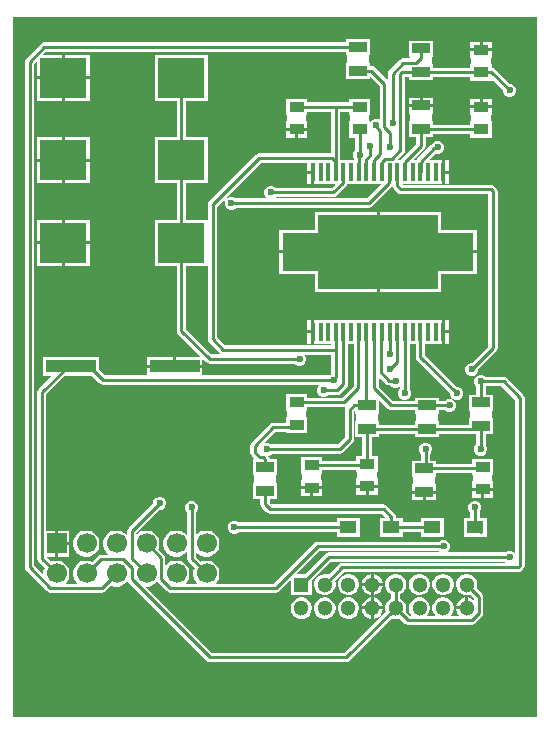
<source format=gbr>
%FSTAX23Y23*%
%MOIN*%
%SFA1B1*%

%IPPOS*%
%ADD17C,0.010000*%
%ADD19R,0.051181X0.035433*%
%ADD20R,0.059055X0.033465*%
%ADD21R,0.165354X0.043307*%
%ADD22R,0.637794X0.125984*%
%ADD23R,0.401574X0.248031*%
%ADD24R,0.018110X0.059055*%
%ADD25R,0.157480X0.133858*%
%ADD26R,0.055118X0.043307*%
%ADD41R,0.066929X0.066929*%
%ADD42C,0.066929*%
%ADD43C,0.051181*%
%ADD44R,0.051181X0.051181*%
%ADD45C,0.023622*%
%LNpcb1_copper_signal_top-1*%
%LPD*%
G36*
X02045Y00225D02*
X003D01*
Y0256*
X02045*
Y00225*
G37*
%LNpcb1_copper_signal_top-2*%
%LPC*%
G36*
X01895Y02477D02*
X01865D01*
Y02455*
X01895*
Y02477*
G37*
G36*
X01855D02*
X01824D01*
Y02455*
X01855*
Y02477*
G37*
G36*
X01489Y02486D02*
X0141D01*
Y02475*
X00403*
X00398Y02474*
X00393Y0247*
X00344Y02421*
X0034Y02416*
X00339Y02411*
Y00726*
X0034Y0072*
X00344Y00715*
X00414Y00645*
X00419Y00642*
X00424Y00641*
X00596*
X00602Y00642*
X00607Y00645*
X00626Y00665*
X00628Y00664*
X00639Y00661*
X0065*
X00661Y00664*
X00671Y0067*
X00679Y00678*
X0068Y00678*
X00682Y00678*
X00684Y00675*
X00945Y00414*
X0095Y0041*
X00956Y00409*
X01411*
X01417Y0041*
X01422Y00414*
X01564Y00556*
X01571Y00554*
X0158*
X01588Y00556*
X01606Y00538*
X0161Y00535*
X01616Y00534*
X01829*
X01835Y00535*
X0184Y00538*
X01863Y00562*
X01867Y00567*
X01868Y00573*
Y00628*
X01867Y00634*
X01863Y00638*
X01846Y00656*
X01848Y00664*
Y00673*
X01845Y00682*
X0184Y0069*
X01834Y00697*
X01826Y00701*
X01817Y00704*
X01807*
X01798Y00701*
X0179Y00697*
X01784Y0069*
X01779Y00682*
X01776Y00673*
Y00664*
X01779Y00655*
X01784Y00646*
X0179Y0064*
X01798Y00635*
X01807Y00633*
X01817*
X01824Y00635*
X01837Y00621*
Y00617*
X01835Y00616*
X01834Y00618*
X01826Y00623*
X01817Y00625*
Y0059*
X01812*
Y00585*
X01776*
X01779Y00576*
X01784Y00568*
X01785Y00566*
X01784Y00564*
X01761*
X0176Y00566*
X01762Y00568*
X01766Y00576*
X01769Y00585*
Y00594*
X01766Y00603*
X01762Y00611*
X01755Y00618*
X01747Y00623*
X01738Y00625*
X01729*
X0172Y00623*
X01711Y00618*
X01705Y00611*
X017Y00603*
X01698Y00594*
Y00585*
X017Y00576*
X01705Y00568*
X01706Y00566*
X01706Y00564*
X01682*
X01681Y00566*
X01683Y00568*
X01688Y00576*
X0169Y00585*
Y00594*
X01688Y00603*
X01683Y00611*
X01676Y00618*
X01668Y00623*
X01659Y00625*
X0165*
X01641Y00623*
X01633Y00618*
X01626Y00611*
X01621Y00603*
X01619Y00594*
Y00585*
X01621Y00576*
X01626Y00568*
X01628Y00566*
X01627Y00564*
X01623*
X01609Y00578*
X01611Y00585*
Y00594*
X01609Y00603*
X01604Y00611*
X01598Y00618*
X01591Y00622*
Y00636*
X01598Y0064*
X01604Y00646*
X01609Y00655*
X01611Y00664*
Y00673*
X01609Y00682*
X01604Y0069*
X01598Y00697*
X01589Y00701*
X0158Y00704*
X01571*
X01562Y00701*
X01554Y00697*
X01547Y0069*
X01543Y00682*
X0154Y00673*
Y00664*
X01543Y00655*
X01547Y00646*
X01554Y0064*
X0156Y00636*
Y00622*
X01554Y00618*
X01547Y00611*
X01543Y00603*
X0154Y00594*
Y00585*
X01542Y00578*
X01404Y0044*
X00962*
X00743Y00659*
X00744Y00661*
X0075*
X00761Y00664*
X00771Y0067*
X00779Y00678*
X0078Y00678*
X00781Y00678*
X00782Y00677*
X00814Y00645*
X00819Y00642*
X00824Y00641*
X01176*
X01182Y00642*
X01187Y00645*
X01223Y00682*
X01225Y00681*
Y00633*
X01296*
Y00682*
X01358Y00744*
X01939*
X01941Y00742*
X01941Y0074*
X01396*
X0139Y00739*
X01385Y00735*
X01352Y00702*
X01344Y00704*
X01335*
X01326Y00701*
X01318Y00697*
X01311Y0069*
X01306Y00682*
X01304Y00673*
Y00664*
X01306Y00655*
X01311Y00646*
X01318Y0064*
X01326Y00635*
X01335Y00633*
X01344*
X01353Y00635*
X01361Y0064*
X01368Y00646*
X01373Y00655*
X01375Y00664*
Y00673*
X01373Y0068*
X01402Y00709*
X01984*
X01989Y0071*
X01994Y00714*
X02Y0072*
X02004Y00725*
X02005Y0073*
Y0129*
X02004Y01295*
X02Y013*
X01945Y01355*
X0194Y01359*
X01935Y0136*
X01875*
X01872Y01363*
X01864Y01366*
X01855*
X01847Y01363*
X01841Y01357*
X01838Y01349*
Y0134*
X01841Y01332*
X01844Y01329*
Y01301*
X0182*
Y01248*
X01823*
Y01222*
X0182*
Y01201*
X01719*
Y01212*
X01716*
Y01238*
X01719*
Y01249*
X01739*
X01742Y01246*
X0175Y01243*
X01759*
X01767Y01246*
X01773Y01252*
X01776Y0126*
Y01269*
X01773Y01277*
X01767Y01283*
X01759Y01286*
X0175*
X01742Y01283*
X01739Y0128*
X01719*
Y01291*
X0164*
Y0128*
X01567*
X01519Y01328*
Y01358*
X01521Y01359*
X01543Y01336*
X01548Y01333*
X01554Y01332*
X01556*
X01562Y01326*
X0157Y01323*
X01579*
X01587Y01326*
X01589Y01328*
X01591Y01328*
Y01322*
X01586Y01317*
X01583Y01309*
Y013*
X01586Y01292*
X01592Y01286*
X016Y01283*
X01609*
X01617Y01286*
X01623Y01292*
X01626Y013*
Y01309*
X01623Y01317*
X01622Y01318*
Y01471*
X01642*
Y01427*
X01643Y01421*
X01647Y01416*
X01758Y01305*
Y013*
X01761Y01292*
X01767Y01286*
X01775Y01283*
X01784*
X01792Y01286*
X01798Y01292*
X01801Y013*
Y01309*
X01798Y01317*
X01792Y01323*
X01784Y01326*
X01779*
X01673Y01433*
Y01471*
X01729*
Y01511*
Y0155*
X01304*
Y01511*
Y01471*
X0136*
Y01465*
X01006*
X0098Y01491*
Y01928*
X01126Y02074*
X0128*
Y02047*
X01299*
Y02042*
X01304*
Y02003*
X01372*
X01373Y02001*
X01362Y0199*
X01175*
X01172Y01993*
X01164Y01996*
X01155*
X01147Y01993*
X01141Y01987*
X01138Y01979*
Y0197*
X01141Y01962*
X01146Y01957*
X01146Y01955*
X01043*
X0104Y01958*
X01032Y01961*
X01023*
X01015Y01958*
X01009Y01952*
X01006Y01944*
Y01935*
X01009Y01927*
X01015Y01921*
X01023Y01918*
X01032*
X0104Y01921*
X01043Y01924*
X01486*
X01492Y01925*
X01497Y01929*
X01564Y01995*
X01566Y01995*
X01566Y01992*
X0157Y01987*
X01583Y01974*
X01588Y0197*
X01594Y01969*
X01884*
Y01461*
X0183Y01406*
X01825*
X01817Y01403*
X01811Y01397*
X01808Y01389*
Y0138*
X01811Y01372*
X01817Y01366*
X01825Y01363*
X01834*
X01842Y01366*
X01848Y01372*
X01851Y0138*
Y01385*
X0191Y01444*
X01914Y01449*
X01915Y01455*
Y01979*
X01914Y01984*
X0191Y01989*
X01904Y01995*
X01899Y01999*
X01894Y02*
X016*
X016Y02001*
X016Y02003*
X01729*
Y02042*
Y02082*
X01687*
X01686Y02084*
X01707Y02104*
X0171Y02103*
X01719*
X01727Y02106*
X01733Y02112*
X01736Y0212*
Y02129*
X01733Y02137*
X01727Y02143*
X01719Y02146*
X0171*
X01702Y02143*
X01696Y02137*
X01695Y02135*
X01692Y02133*
X01648Y02089*
X01645Y02084*
X01644Y02082*
X01636*
X01635Y02084*
X0167Y02119*
X01674Y02124*
X01675Y0213*
Y02159*
X01699*
Y0217*
X01824*
Y02157*
X01895*
Y02212*
X01892*
Y02232*
X01895*
Y02255*
X0186*
X01824*
Y02232*
X01827*
Y02212*
X01824*
Y02201*
X01699*
Y02212*
X01696*
Y02238*
X01699*
Y0226*
X0166*
X0162*
Y02238*
X01623*
Y02212*
X0162*
Y02159*
X01644*
Y02136*
X01597Y02089*
X01594Y02084*
X01593Y02082*
X01581*
X0158Y02084*
X01602Y02105*
X01605Y0211*
X01607Y02116*
Y0236*
X0162*
Y02349*
X01699*
Y0236*
X01824*
Y02347*
X01895*
Y0235*
X01897Y0235*
X01933Y02315*
Y0231*
X01936Y02302*
X01942Y02296*
X0195Y02293*
X01959*
X01967Y02296*
X01973Y02302*
X01976Y0231*
Y02319*
X01973Y02327*
X01967Y02333*
X01959Y02336*
X01954*
X01905Y02386*
X019Y02389*
X01895Y0239*
Y02402*
X01892*
Y02422*
X01895*
Y02445*
X0186*
X01824*
Y02422*
X01827*
Y02402*
X01824*
Y02391*
X01699*
Y02402*
X01696*
Y02428*
X01699*
Y02481*
X0162*
Y02428*
X01623*
Y02423*
X01601*
X01595Y02422*
X0159Y02418*
X01554Y02382*
X0155Y02377*
X01549Y02371*
Y0235*
X01547Y02349*
X01505Y02392*
X015Y02395*
X01494Y02396*
X01489*
Y02407*
X01486*
Y02433*
X01489*
Y02486*
G37*
G36*
X01699Y02291D02*
X01665D01*
Y0227*
X01699*
Y02291*
G37*
G36*
X01655D02*
X0162D01*
Y0227*
X01655*
Y02291*
G37*
G36*
X01895Y02287D02*
X01865D01*
Y02265*
X01895*
Y02287*
G37*
G36*
X01855D02*
X01824D01*
Y02265*
X01855*
Y02287*
G37*
G36*
X01753Y02082D02*
X01739D01*
Y02047*
X01753*
Y02082*
G37*
G36*
Y02037D02*
X01739D01*
Y02003*
X01753*
Y02037*
G37*
G36*
X01294D02*
X0128D01*
Y02003*
X01294*
Y02037*
G37*
G36*
X01727Y01911D02*
X01522D01*
Y01782*
X01846*
Y0185*
X01727*
Y01911*
G37*
G36*
X01512D02*
X01306D01*
Y0185*
X01188*
Y01782*
X01512*
Y01911*
G37*
G36*
X01846Y01772D02*
X01522D01*
Y01643*
X01727*
Y01704*
X01846*
Y01772*
G37*
G36*
X01512D02*
X01188D01*
Y01704*
X01306*
Y01643*
X01512*
Y01772*
G37*
G36*
X01753Y0155D02*
X01739D01*
Y01516*
X01753*
Y0155*
G37*
G36*
X01294D02*
X0128D01*
Y01516*
X01294*
Y0155*
G37*
G36*
X01753Y01506D02*
X01739D01*
Y01471*
X01753*
Y01506*
G37*
G36*
X01294D02*
X0128D01*
Y01471*
X01294*
Y01506*
G37*
G36*
X01502Y00704D02*
Y00673D01*
X01533*
X0153Y00682*
X01526Y0069*
X01519Y00697*
X01511Y00701*
X01502Y00704*
G37*
G36*
X01492D02*
X01483Y00701D01*
X01475Y00697*
X01469Y0069*
X01464Y00682*
X01462Y00673*
X01492*
Y00704*
G37*
G36*
X01533Y00663D02*
X01502D01*
Y00633*
X01511Y00635*
X01519Y0064*
X01526Y00646*
X0153Y00655*
X01533Y00663*
G37*
G36*
X01492D02*
X01462D01*
X01464Y00655*
X01469Y00646*
X01475Y0064*
X01483Y00635*
X01492Y00633*
Y00663*
G37*
G36*
X01659Y00704D02*
X0165D01*
X01641Y00701*
X01633Y00697*
X01626Y0069*
X01621Y00682*
X01619Y00673*
Y00664*
X01621Y00655*
X01626Y00646*
X01633Y0064*
X01641Y00635*
X0165Y00633*
X01659*
X01668Y00635*
X01676Y0064*
X01683Y00646*
X01688Y00655*
X0169Y00664*
Y00673*
X01688Y00682*
X01683Y0069*
X01676Y00697*
X01668Y00701*
X01659Y00704*
G37*
G36*
X01423D02*
X01414D01*
X01405Y00701*
X01396Y00697*
X0139Y0069*
X01385Y00682*
X01383Y00673*
Y00664*
X01385Y00655*
X0139Y00646*
X01396Y0064*
X01405Y00635*
X01414Y00633*
X01423*
X01432Y00635*
X0144Y0064*
X01447Y00646*
X01451Y00655*
X01454Y00664*
Y00673*
X01451Y00682*
X01447Y0069*
X0144Y00697*
X01432Y00701*
X01423Y00704*
G37*
G36*
X01738D02*
X01729D01*
X0172Y00701*
X01711Y00697*
X01705Y0069*
X017Y00682*
X01698Y00673*
Y00664*
X017Y00655*
X01705Y00646*
X01711Y0064*
X0172Y00635*
X01729Y00633*
X01738*
X01747Y00635*
X01755Y0064*
X01762Y00646*
X01766Y00655*
X01769Y00664*
Y00673*
X01766Y00682*
X01762Y0069*
X01755Y00697*
X01747Y00701*
X01738Y00704*
G37*
G36*
X01502Y00625D02*
Y00595D01*
X01533*
X0153Y00603*
X01526Y00611*
X01519Y00618*
X01511Y00623*
X01502Y00625*
G37*
G36*
X01807D02*
X01798Y00623D01*
X0179Y00618*
X01784Y00611*
X01779Y00603*
X01776Y00595*
X01807*
Y00625*
G37*
G36*
X01492D02*
X01483Y00623D01*
X01475Y00618*
X01469Y00611*
X01464Y00603*
X01462Y00595*
X01492*
Y00625*
G37*
G36*
X01533Y00585D02*
X01502D01*
Y00554*
X01511Y00556*
X01519Y00561*
X01526Y00568*
X0153Y00576*
X01533Y00585*
G37*
G36*
X01492D02*
X01462D01*
X01464Y00576*
X01469Y00568*
X01475Y00561*
X01483Y00556*
X01492Y00554*
Y00585*
G37*
G36*
X01344Y00625D02*
X01335D01*
X01326Y00623*
X01318Y00618*
X01311Y00611*
X01306Y00603*
X01304Y00594*
Y00585*
X01306Y00576*
X01311Y00568*
X01318Y00561*
X01326Y00556*
X01335Y00554*
X01344*
X01353Y00556*
X01361Y00561*
X01368Y00568*
X01373Y00576*
X01375Y00585*
Y00594*
X01373Y00603*
X01368Y00611*
X01361Y00618*
X01353Y00623*
X01344Y00625*
G37*
G36*
X01423D02*
X01414D01*
X01405Y00623*
X01396Y00618*
X0139Y00611*
X01385Y00603*
X01383Y00594*
Y00585*
X01385Y00576*
X0139Y00568*
X01396Y00561*
X01405Y00556*
X01414Y00554*
X01423*
X01432Y00556*
X0144Y00561*
X01447Y00568*
X01451Y00576*
X01454Y00585*
Y00594*
X01451Y00603*
X01447Y00611*
X0144Y00618*
X01432Y00623*
X01423Y00625*
G37*
G36*
X01265D02*
X01256D01*
X01247Y00623*
X01239Y00618*
X01232Y00611*
X01228Y00603*
X01225Y00594*
Y00585*
X01228Y00576*
X01232Y00568*
X01239Y00561*
X01247Y00556*
X01256Y00554*
X01265*
X01275Y00556*
X01283Y00561*
X01289Y00568*
X01294Y00576*
X01296Y00585*
Y00594*
X01294Y00603*
X01289Y00611*
X01283Y00618*
X01275Y00623*
X01265Y00625*
G37*
%LNpcb1_copper_signal_top-3*%
%LPD*%
G36*
X0141Y02433D02*
X01413D01*
Y02407*
X0141*
Y02354*
X01489*
Y02362*
X01491Y02362*
X01522Y02331*
Y0222*
X01521Y02219*
X01515Y02221*
X01507*
X01499Y02218*
X01492Y02212*
X01492Y02211*
X0149Y02211*
Y02212*
X01487*
Y02232*
X0149*
Y02287*
X01419*
Y02275*
X0128*
Y02287*
X01209*
Y02232*
X01212*
Y02212*
X01209*
Y0219*
X01245*
X0128*
Y02212*
X01277*
Y02232*
X0128*
Y02244*
X01361*
Y02105*
X0112*
X01114Y02104*
X01109Y021*
X00954Y01945*
X0095Y0194*
X00949Y01935*
Y01884*
X00877*
Y02005*
X0095*
Y02159*
X00877*
Y0228*
X0095*
Y02434*
X00773*
Y0228*
X00846*
Y02159*
X00773*
Y02005*
X00846*
Y01884*
X00773*
Y0173*
X00846*
Y01513*
X00847Y01507*
X00851Y01502*
X00923Y01429*
X00923Y01427*
X00844*
Y014*
X00931*
Y01418*
X00933Y01419*
X00944Y01409*
X00949Y01405*
X00955Y01404*
X01239*
X01242Y01401*
X0125Y01398*
X01259*
X01267Y01401*
X01273Y01407*
X01276Y01415*
Y01424*
X01273Y01432*
X01272Y01432*
X01273Y01434*
X0136*
Y01369*
X01357Y01368*
X01354Y01365*
X00931*
Y0139*
X00839*
X00746*
Y01365*
X00606*
X00585Y01385*
Y01427*
X004*
Y01364*
X00427*
X00428Y01362*
X00385Y0132*
X00382Y01315*
X00381Y01309*
Y00753*
X00382Y00747*
X00385Y00742*
X00405Y00723*
X00404Y00721*
X00401Y0071*
Y00704*
X00399Y00703*
X0037Y00732*
Y02404*
X00377Y02411*
X00379Y02411*
Y02362*
X00463*
Y02434*
X00402*
X00401Y02436*
X0041Y02444*
X0141*
Y02433*
G37*
G36*
X01419Y02232D02*
X01422D01*
Y02212*
X01419*
Y02157*
X01439*
Y02115*
X01436Y02112*
X01433Y02104*
Y02095*
X01436Y02087*
X01438Y02085*
Y02082*
X01391*
Y02244*
X01419*
Y02232*
G37*
G36*
X01526Y02001D02*
X0148Y01955D01*
X01173*
X01173Y01957*
X01175Y01959*
X01368*
X01374Y0196*
X01379Y01964*
X01411Y01996*
X01414Y02001*
X01414Y02003*
X01525*
X01526Y02001*
G37*
G36*
X00949Y01485D02*
X0095Y01479D01*
X00954Y01474*
X00989Y01439*
X00992Y01437*
X00991Y01435*
X00961*
X00877Y01519*
Y0173*
X00949*
Y01485*
G37*
G36*
X01436Y0133D02*
X01396Y0129D01*
X0128*
Y01302*
X01209*
Y01247*
X01212*
Y01227*
X01209*
Y01208*
X01168*
X01162Y01207*
X01157Y01204*
X01095Y01142*
X01092Y01137*
X01091Y01131*
Y01108*
X01092Y01103*
X01095Y01098*
X01105Y01088*
X01104Y01086*
X011*
Y01033*
X01103*
Y01007*
X011*
Y00954*
X01124*
Y00935*
X01125Y00929*
X01129Y00924*
X01144Y00909*
X01149Y00905*
X01155Y00904*
X01528*
X01539Y00893*
X01539Y00891*
X01524*
Y00828*
X01599*
Y00844*
X0166*
Y00828*
X01735*
Y00891*
X0166*
Y00875*
X01599*
Y00891*
X01577*
Y00893*
X01575Y00899*
X01572Y00903*
X01545Y0093*
X0154Y00934*
X01535Y00935*
X01161*
X01155Y00941*
Y00954*
X01179*
Y01007*
X01176*
Y01033*
X01179*
Y01086*
X01155*
Y01087*
X01154Y01093*
X01151Y01096*
X01152Y01098*
X01159Y01101*
X01162Y01104*
X0139*
X01395Y01105*
X014Y01109*
X01432Y01141*
X01436Y01146*
X01437Y01152*
Y01245*
X01438Y01246*
X0144Y01245*
Y01238*
X01443*
Y01212*
X0144*
Y01159*
X01464*
Y01097*
X01444*
Y0108*
X0133*
Y01092*
X01259*
Y01037*
X01262*
Y01017*
X01259*
Y00995*
X01295*
X0133*
Y01017*
X01327*
Y01037*
X0133*
Y01049*
X01444*
Y01042*
X01447*
Y01022*
X01444*
Y01*
X0148*
X01515*
Y01022*
X01512*
Y01042*
X01515*
Y01097*
X01495*
Y01159*
X01519*
Y0117*
X0164*
Y01159*
X01719*
Y0117*
X0182*
Y01169*
X01844*
Y01135*
X01841Y01132*
X01838Y01124*
Y01115*
X01841Y01107*
X01847Y01101*
X01855Y01098*
X01864*
X01872Y01101*
X01878Y01107*
X01881Y01115*
Y01124*
X01878Y01132*
X01875Y01135*
Y01169*
X01899*
Y01222*
X01896*
Y01248*
X01899*
Y01301*
X01875*
Y01329*
X01875Y01329*
X01928*
X01974Y01283*
Y00773*
X01972Y00773*
X01967Y00778*
X01959Y00781*
X0195*
X01942Y00778*
X01939Y00775*
X01748*
X01748Y00777*
X01753Y00782*
X01756Y0079*
Y00799*
X01753Y00807*
X01747Y00813*
X01739Y00816*
X0173*
X01722Y00813*
X01719Y0081*
X01315*
X01309Y00809*
X01304Y00805*
X0117Y00671*
X00975*
X00975Y00673*
X00979Y00678*
X00985Y00688*
X00988Y00699*
Y0071*
X00985Y00721*
X00979Y00731*
X00971Y00739*
X00961Y00745*
X0095Y00748*
X00939*
X00928Y00745*
X00926Y00744*
X00911Y00759*
Y00774*
X00913Y00774*
X00918Y0077*
X00928Y00764*
X00939Y00761*
X0095*
X00961Y00764*
X00971Y0077*
X00979Y00778*
X00985Y00788*
X00988Y00799*
Y0081*
X00985Y00821*
X00979Y00831*
X00971Y00839*
X00961Y00845*
X0095Y00848*
X00939*
X00928Y00845*
X00918Y00839*
X00913Y00835*
X00911Y00835*
Y0091*
X00913Y00912*
X00916Y0092*
Y00929*
X00913Y00937*
X00907Y00943*
X00899Y00946*
X0089*
X00882Y00943*
X00876Y00937*
X00873Y00929*
Y0092*
X00876Y00912*
X00881Y00907*
Y00832*
X00879Y00832*
X00871Y00839*
X00861Y00845*
X0085Y00848*
X00839*
X00828Y00845*
X00818Y00839*
X0081Y00831*
X00804Y00821*
X00801Y0081*
Y00799*
X00804Y00788*
X0081Y00778*
X00818Y0077*
X00828Y00764*
X00839Y00761*
X0085*
X00861Y00764*
X00871Y0077*
X00879Y00777*
X00881Y00777*
Y00753*
X00882Y00747*
X00885Y00742*
X00905Y00723*
X00904Y00721*
X00901Y0071*
Y00699*
X00904Y00688*
X0091Y00678*
X00914Y00673*
X00914Y00671*
X00875*
X00875Y00673*
X00879Y00678*
X00885Y00688*
X00888Y00699*
Y0071*
X00885Y00721*
X00879Y00731*
X00871Y00739*
X00861Y00745*
X0085Y00748*
X00839*
X00828Y00745*
X00818Y00739*
X0081Y00732*
X00808Y00732*
Y00756*
X00807Y00762*
X00804Y00767*
X00784Y00786*
X00785Y00788*
X00788Y00799*
Y0081*
X00785Y00821*
X00779Y00831*
X00771Y00839*
X00761Y00845*
X0075Y00848*
X00739*
X00728Y00845*
X00718Y00839*
X00713Y00835*
X00711Y00835*
Y0084*
X00789Y00918*
X00794*
X00802Y00921*
X00808Y00927*
X00811Y00935*
Y00944*
X00808Y00952*
X00802Y00958*
X00794Y00961*
X00785*
X00777Y00958*
X00771Y00952*
X00768Y00944*
Y00939*
X00685Y00857*
X00682Y00852*
X00681Y00846*
Y00832*
X00679Y00832*
X00671Y00839*
X00661Y00845*
X0065Y00848*
X00639*
X00628Y00845*
X00618Y00839*
X0061Y00831*
X00604Y00821*
X00601Y0081*
Y00799*
X00604Y00788*
X0061Y00778*
X00617Y0077*
X00617Y00768*
X00593*
X00587Y00767*
X00582Y00764*
X00563Y00744*
X00561Y00745*
X0055Y00748*
X00539*
X00528Y00745*
X00518Y00739*
X0051Y00731*
X00504Y00721*
X00501Y0071*
Y00699*
X00504Y00688*
X0051Y00678*
X00514Y00673*
X00514Y00671*
X00475*
X00475Y00673*
X00479Y00678*
X00485Y00688*
X00488Y00699*
Y0071*
X00485Y00721*
X00479Y00731*
X00471Y00739*
X00461Y00745*
X0045Y00748*
X00439*
X00428Y00745*
X00426Y00744*
X00412Y00759*
X00412Y00761*
X0044*
Y00805*
Y00848*
X00411*
Y01302*
X00473Y01364*
X00563*
X00588Y01339*
X00593Y01335*
X00599Y01334*
X01321*
X01321Y01332*
X01316Y01327*
X01313Y01319*
Y0131*
X01316Y01302*
X01322Y01296*
X0133Y01293*
X01339*
X01347Y01296*
X0135Y01299*
X0138*
X01385Y013*
X0139Y01304*
X01412Y01326*
X01416Y01331*
X01417Y01336*
Y01471*
X01436*
Y0133*
G37*
G36*
X0155Y01254D02*
X01555Y0125D01*
X01561Y01249*
X0164*
Y01238*
X01643*
Y01212*
X0164*
Y01201*
X01519*
Y01212*
X01516*
Y01238*
X01519*
Y01282*
X01521Y01283*
X0155Y01254*
G37*
G36*
X01408Y01258D02*
X01407Y01257D01*
X01406Y01251*
Y01158*
X01383Y01135*
X01162*
X01159Y01138*
X01151Y01141*
X01142*
X0114Y0114*
X01139Y01142*
X01174Y01177*
X01209*
Y01172*
X0128*
Y01227*
X01277*
Y01247*
X0128*
Y01259*
X01402*
X01407Y0126*
X01408Y01258*
G37*
G36*
X01721Y00777D02*
X01721Y00775D01*
X01352*
X01346Y00774*
X01341Y0077*
X01275Y00704*
X01248*
X01247Y00706*
X01321Y00779*
X01719*
X01721Y00777*
G37*
%LNpcb1_copper_signal_top-4*%
%LPC*%
G36*
X00556Y02434D02*
X00473D01*
Y02362*
X00556*
Y02434*
G37*
G36*
Y02352D02*
X00473D01*
Y0228*
X00556*
Y02352*
G37*
G36*
X00463D02*
X00379D01*
Y0228*
X00463*
Y02352*
G37*
G36*
X0128Y0218D02*
X0125D01*
Y02157*
X0128*
Y0218*
G37*
G36*
X0124D02*
X01209D01*
Y02157*
X0124*
Y0218*
G37*
G36*
X00556Y02159D02*
X00473D01*
Y02087*
X00556*
Y02159*
G37*
G36*
X00463D02*
X00379D01*
Y02087*
X00463*
Y02159*
G37*
G36*
X00556Y02077D02*
X00473D01*
Y02005*
X00556*
Y02077*
G37*
G36*
X00463D02*
X00379D01*
Y02005*
X00463*
Y02077*
G37*
G36*
X00556Y01884D02*
X00473D01*
Y01812*
X00556*
Y01884*
G37*
G36*
X00463D02*
X00379D01*
Y01812*
X00463*
Y01884*
G37*
G36*
X00556Y01802D02*
X00473D01*
Y0173*
X00556*
Y01802*
G37*
G36*
X00463D02*
X00379D01*
Y0173*
X00463*
Y01802*
G37*
G36*
X00834Y01427D02*
X00746D01*
Y014*
X00834*
Y01427*
G37*
G36*
X01679Y01141D02*
X0167D01*
X01662Y01138*
X01656Y01132*
X01653Y01124*
Y01115*
X01656Y01107*
X01659Y01104*
Y01081*
X0163*
Y01028*
X01633*
Y01002*
X0163*
Y00981*
X0167*
X01709*
Y01002*
X01706*
Y01028*
X01709*
Y01039*
X01829*
Y01032*
X01832*
Y01012*
X01829*
Y0099*
X01865*
X019*
Y01012*
X01897*
Y01032*
X019*
Y01087*
X01829*
Y0107*
X01709*
Y01081*
X0169*
Y01104*
X01693Y01107*
X01696Y01115*
Y01124*
X01693Y01132*
X01687Y01138*
X01679Y01141*
G37*
G36*
X01515Y0099D02*
X01485D01*
Y00967*
X01515*
Y0099*
G37*
G36*
X01475D02*
X01444D01*
Y00967*
X01475*
Y0099*
G37*
G36*
X0133Y00985D02*
X013D01*
Y00962*
X0133*
Y00985*
G37*
G36*
X0129D02*
X01259D01*
Y00962*
X0129*
Y00985*
G37*
G36*
X019Y0098D02*
X0187D01*
Y00957*
X019*
Y0098*
G37*
G36*
X0186D02*
X01829D01*
Y00957*
X0186*
Y0098*
G37*
G36*
X01709Y00971D02*
X01675D01*
Y00949*
X01709*
Y00971*
G37*
G36*
X01665D02*
X0163D01*
Y00949*
X01665*
Y00971*
G37*
G36*
X01455Y00891D02*
X0138D01*
Y00875*
X01053*
X0105Y00878*
X01042Y00881*
X01033*
X01025Y00878*
X01019Y00872*
X01016Y00864*
Y00855*
X01019Y00847*
X01025Y00841*
X01033Y00838*
X01042*
X0105Y00841*
X01053Y00844*
X0138*
Y00828*
X01455*
Y00891*
G37*
G36*
X01844Y00946D02*
X01835D01*
X01827Y00943*
X01821Y00937*
X01818Y00929*
Y0092*
X01821Y00912*
X01824Y00909*
Y00891*
X01804*
Y00828*
X01858*
X01859Y00828*
X01861Y00828*
X01879*
Y00891*
X01855*
Y00909*
X01858Y00912*
X01861Y0092*
Y00929*
X01858Y00937*
X01852Y00943*
X01844Y00946*
G37*
G36*
X00488Y00848D02*
X0045D01*
Y0081*
X00488*
Y00848*
G37*
G36*
X0055D02*
X00539D01*
X00528Y00845*
X00518Y00839*
X0051Y00831*
X00504Y00821*
X00501Y0081*
Y00799*
X00504Y00788*
X0051Y00778*
X00518Y0077*
X00528Y00764*
X00539Y00761*
X0055*
X00561Y00764*
X00571Y0077*
X00579Y00778*
X00585Y00788*
X00588Y00799*
Y0081*
X00585Y00821*
X00579Y00831*
X00571Y00839*
X00561Y00845*
X0055Y00848*
G37*
G36*
X00488Y008D02*
X0045D01*
Y00761*
X00488*
Y008*
G37*
%LNpcb1_copper_signal_top-5*%
%LPD*%
G54D17*
X00895Y00925D02*
X00896Y00923D01*
X01028Y0194D02*
X01486D01*
X01363Y0209D02*
X01375Y02078D01*
X0112Y0209D02*
X01363D01*
X00965Y01485D02*
Y01935D01*
X0112Y0209*
X01486Y0194D02*
X01553Y02007D01*
X01146Y0112D02*
X0139D01*
X01Y0145D02*
X01375D01*
X00965Y01485D02*
X01Y0145D01*
X0116Y01975D02*
X01368D01*
X00861Y01513D02*
X00955Y0142D01*
X01255*
X00861Y01513D02*
Y01807D01*
X00884Y01785*
X01376Y02042D02*
Y02258D01*
X01375Y0145D02*
Y0151D01*
X014Y02044D02*
X01401Y02042D01*
X014Y02007D02*
Y02044D01*
X01375Y0226D02*
X01376Y02258D01*
X01375Y0226D02*
X01455D01*
X01368Y01975D02*
X014Y02007D01*
X01106Y01131D02*
X01168Y01193D01*
X01122Y01093D02*
X01134D01*
X01106Y01108D02*
Y01131D01*
Y01108D02*
X01122Y01093D01*
X01168Y01193D02*
X01237D01*
X01134Y01093D02*
X0114Y01087D01*
Y0106D02*
Y01087D01*
X0183Y01385D02*
X019Y01455D01*
Y01979*
X01894Y01985D02*
X019Y01979D01*
X01594Y01985D02*
X01894D01*
X01581Y01998D02*
X01594Y01985D01*
X01581Y01998D02*
Y02042D01*
X0168Y01265D02*
X01755D01*
X01526Y01375D02*
X01554Y01347D01*
X01572*
X01561Y01265D02*
X0168D01*
X01572Y01347D02*
X01575Y01345D01*
X01657Y01427D02*
X0178Y01305D01*
X01606Y01511D02*
Y01511D01*
Y01306D02*
Y01511D01*
X01657Y01427D02*
Y01511D01*
X01562Y02087D02*
X01591Y02116D01*
X01531Y02078D02*
X0154Y02087D01*
X01562*
X01591Y02116D02*
Y0237D01*
X01608Y02078D02*
X0166Y0213D01*
X01608Y02044D02*
Y02078D01*
X01558Y02125D02*
Y02173D01*
X01812Y00668D02*
X01853Y00628D01*
Y00573D02*
Y00628D01*
X01829Y00549D02*
X01853Y00573D01*
X01616Y00549D02*
X01829D01*
X01576Y0059D02*
X01616Y00549D01*
X00696Y00753D02*
Y00846D01*
X0079Y0094*
X01553Y02007D02*
Y02041D01*
X01555Y02042*
X01038Y0086D02*
X01038Y0086D01*
X01418*
X01511Y02196D02*
X01518Y02189D01*
Y02185D02*
Y02189D01*
X01511Y02196D02*
Y022D01*
X01518Y02185D02*
X01524Y02179D01*
Y02103D02*
Y02179D01*
X01538Y02193D02*
Y02337D01*
Y02193D02*
X01558Y02173D01*
X01494Y02381D02*
X01538Y02337D01*
X01597Y02376D02*
X0166D01*
X01591Y0237D02*
X01597Y02376D01*
X01565Y02205D02*
Y02371D01*
X01601Y02407*
X01644D02*
X0166Y02423D01*
Y02455*
X01601Y02407D02*
X01644D01*
X0145Y02381D02*
X01494D01*
X0166Y02376D02*
X01858D01*
X00696Y00753D02*
X00745Y00705D01*
X01504Y02083D02*
X01524Y02103D01*
X01491Y02098D02*
Y02128D01*
X0149Y0213D02*
X01491Y02128D01*
X01478Y02085D02*
X01491Y02098D01*
X01504Y02042D02*
Y02083D01*
X01352Y0076D02*
X01955D01*
X01315Y00795D02*
X01735D01*
X01176Y00656D02*
X01315Y00795D01*
X01261Y00668D02*
X01352Y0076D01*
X0184Y00861D02*
Y00925D01*
X01843Y0086D02*
X01859Y00843D01*
X01841Y0086D02*
X01843D01*
X00824Y00656D02*
X01176D01*
X00793Y00687D02*
X00824Y00656D01*
X00793Y00687D02*
Y00756D01*
X00745Y00805D02*
X00793Y00756D01*
X00695Y00686D02*
X00956Y00425D01*
X01411*
X01576Y0059*
X0199Y0073D02*
Y0129D01*
X01984Y00725D02*
X0199Y0073D01*
X01935Y01345D02*
X0199Y0129D01*
X01396Y00725D02*
X01984D01*
X0134Y00668D02*
X01396Y00725D01*
X0186Y01345D02*
X01935D01*
X01605Y01305D02*
X01606Y01306D01*
X01504Y01322D02*
X01561Y01265D01*
X0148Y01186D02*
X0168D01*
X0185*
X0186Y01196*
X0166Y0213D02*
Y02186D01*
X01659Y02044D02*
Y02078D01*
X01703Y02122*
X01712*
X01715Y02125*
X01657Y02042D02*
X01659Y02044D01*
X0166Y02186D02*
X01858D01*
X01606Y02042D02*
X01608Y02044D01*
X01894Y02375D02*
X01955Y02315D01*
X0186Y02375D02*
X01894D01*
X00599Y0135D02*
X0137D01*
X01375Y01359D02*
Y0145D01*
X0137Y01353D02*
X01375Y01359D01*
X00553Y01395D02*
X00599Y0135D01*
X0137D02*
Y01353D01*
X01401Y01336D02*
Y01511D01*
X01335Y01315D02*
X0138D01*
X01401Y01336*
X01555Y01385D02*
X01581Y01411D01*
Y01454*
X01555Y01435D02*
Y01511D01*
X01555Y01511*
X0158Y01455D02*
X01581Y01454D01*
X01555Y01435D02*
X01555Y01435D01*
X0158Y01455D02*
Y0151D01*
X01526Y01375D02*
Y01471D01*
X01528Y01509D02*
X01529Y01511D01*
X01504Y01322D02*
Y01511D01*
X01528Y01472D02*
Y01509D01*
X01526Y01471D02*
X01528Y01472D01*
X00896Y00753D02*
Y00923D01*
Y00753D02*
X00945Y00705D01*
X00492Y01395D02*
X00553D01*
X01455Y021D02*
Y02185D01*
X01478Y02042D02*
Y02085D01*
X01453Y02042D02*
X01454Y02043D01*
Y02099*
X01455Y021*
X01237Y01193D02*
X01245Y012D01*
X0186Y0112D02*
Y01196D01*
X01561Y0086D02*
X01698D01*
X0186Y01275D02*
Y01345D01*
X01245Y01275D02*
X01402D01*
X01451Y01323*
Y01509*
X01435Y01265D02*
X0148D01*
X01422Y01152D02*
Y01251D01*
X01435Y01265*
X0139Y0112D02*
X01422Y01152D01*
X01375Y0151D02*
X01376Y01511D01*
X0167Y01055D02*
X0186D01*
X01675Y0106D02*
Y0112D01*
X01295Y01065D02*
X01475D01*
X0148Y0107*
X01478Y01266D02*
Y01511D01*
X0158Y0151D02*
X01581Y01511D01*
X01606D02*
X01606Y01511D01*
X0186Y01055D02*
X01865Y0106D01*
X0167Y01055D02*
X01675Y0106D01*
X00695Y00686D02*
Y00723D01*
X00665Y00753D02*
X00695Y00723D01*
X00593Y00753D02*
X00665D01*
X00545Y00705D02*
X00593Y00753D01*
X00596Y00656D02*
X00645Y00705D01*
X00424Y00656D02*
X00596D01*
X00355Y00726D02*
X00424Y00656D01*
X00355Y00726D02*
Y02411D01*
X00403Y0246*
X0145*
X00396Y01309D02*
X00486Y01398D01*
X00396Y00753D02*
Y01309D01*
Y00753D02*
X00445Y00705D01*
X0184Y00861D02*
X01841Y0086D01*
X01451Y01509D02*
X01453Y01511D01*
X01531Y02044D02*
Y02078D01*
X01529Y02042D02*
X01531Y02044D01*
X01731Y0067D02*
X01733Y00668D01*
X01155Y0092D02*
X01535D01*
X0114Y00935D02*
Y00981D01*
Y00935D02*
X01155Y0092D01*
X01535D02*
X01561Y00893D01*
X01418Y0086D02*
D01*
X01237Y0226D02*
X01245D01*
X01576Y0059D02*
D01*
Y00668D01*
X01245Y0226D02*
X01375D01*
X01561Y0086D02*
Y00893D01*
X01858Y02186D02*
X0186Y02185D01*
X01858Y02376D02*
X0186Y02375D01*
X0148Y0107D02*
Y01186D01*
X01478Y01266D02*
X0148Y01265D01*
X00861Y02082D02*
Y02357D01*
Y01807D02*
Y02082D01*
G54D19*
X01455Y02185D03*
Y0226D03*
X01865Y00985D03*
Y0106D03*
X0186Y02375D03*
Y0245D03*
Y0226D03*
Y02185D03*
X01295Y01065D03*
Y0099D03*
X0148Y00995D03*
Y0107D03*
X01245Y012D03*
Y01275D03*
Y02185D03*
Y0226D03*
G54D20*
X0148Y01265D03*
Y01186D03*
X0167Y01055D03*
Y00976D03*
X0145Y0246D03*
Y02381D03*
X0166Y02186D03*
Y02265D03*
Y02455D03*
Y02376D03*
X0114Y0106D03*
Y00981D03*
X0168Y01265D03*
Y01186D03*
X0186Y01275D03*
Y01196D03*
G54D21*
X00839Y01395D03*
X00492D03*
G54D22*
X01517Y01777D03*
G54D23*
X01517Y01777D03*
G54D24*
X01734Y01511D03*
X01709D03*
X01683D03*
X01657D03*
X01632D03*
X01606D03*
X01581D03*
X01555D03*
X01529D03*
X01504D03*
X01478D03*
X01453D03*
X01427D03*
X01401D03*
X01376D03*
X0135D03*
X01325D03*
X01299D03*
X01734Y02042D03*
X01709D03*
X01683D03*
X01657D03*
X01632D03*
X01606D03*
X01581D03*
X01555D03*
X01529D03*
X01504D03*
X01478D03*
X01453D03*
X01427D03*
X01401D03*
X01376D03*
X0135D03*
X01325D03*
X01299D03*
G54D25*
X00861Y01807D03*
X00468D03*
X00861Y02082D03*
X00468D03*
X00861Y02357D03*
X00468D03*
G54D26*
X01841Y0086D03*
X01698D03*
X01561D03*
X01418D03*
G54D41*
X00445Y00805D03*
G54D42*
X00545Y00805D03*
X00645D03*
X00745D03*
X00845D03*
X00945D03*
X00445Y00705D03*
X00545D03*
X00645D03*
X00745D03*
X00845D03*
X00945D03*
G54D43*
X01812Y0059D03*
X01733D03*
X01655D03*
X01576D03*
X01497D03*
X01418D03*
X0134D03*
X01261D03*
X01812Y00668D03*
X01733D03*
X01655D03*
X01576D03*
X01497D03*
X01418D03*
X0134D03*
G54D44*
X01261Y00668D03*
G54D45*
X0079Y0094D03*
X00895Y00925D03*
X0102Y0226D03*
X01028Y0194D03*
X01146Y0112D03*
X0116Y01975D03*
X0183Y01385D03*
X01755Y01265D03*
X01575Y01345D03*
X01558Y02125D03*
X01038Y0086D03*
X01511Y022D03*
X01565Y02205D03*
X0149Y0213D03*
X01955Y0076D03*
X01735Y00795D03*
X0184Y00925D03*
X0178Y01305D03*
X01605D03*
X01715Y02125D03*
X01955Y02315D03*
X0137Y0135D03*
X01555Y01435D03*
Y01385D03*
X01255Y0142D03*
X01455Y021D03*
X0186Y0112D03*
Y01345D03*
X01335Y01315D03*
X01675Y0112D03*
M02*
</source>
